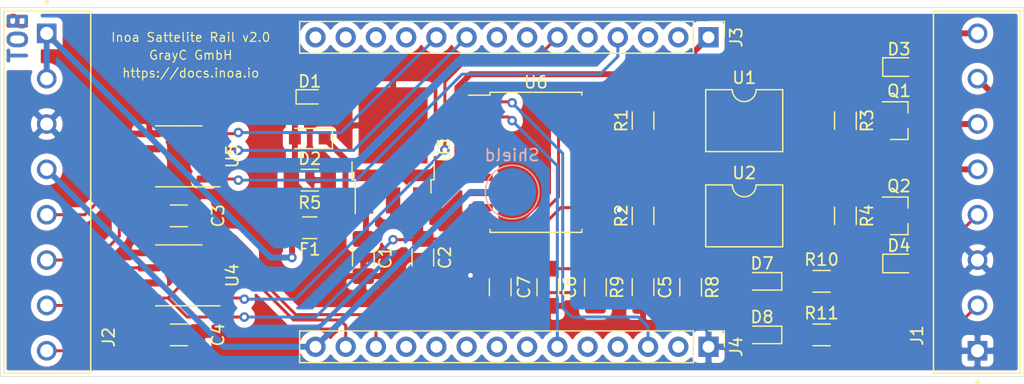
<source format=kicad_pcb>
(kicad_pcb (version 20171130) (host pcbnew 5.1.10)
  (title_block (date 2021-12-14) (rev 2.0) (company "GrayC GmbH") (comment 1 "PCB 86mmx13mm"))
  (layers (0 F.Cu signal) (31 B.Cu signal) (34 B.Paste user) (35 F.Paste user) (36 B.SilkS user) (37 F.SilkS user) (38 B.Mask user) (39 F.Mask user) (44 Edge.Cuts user))
  (net 0 "")
  (net 1 GND)
  (net 2 "Net-(C1-Pad1)")
  (net 3 +3V3)
  (net 4 "Net-(D1-Pad1)")
  (net 5 Relay_0)
  (net 6 VS)
  (net 7 Relay_1)
  (net 8 VCC)
  (net 9 GNDPWR)
  (net 10 GND1)
  (net 11 "Net-(Q1-Pad1)")
  (net 12 "Net-(Q2-Pad1)")
  (net 13 "Net-(R1-Pad1)")
  (net 14 "Net-(R2-Pad1)")
  (net 15 "Net-(R3-Pad2)")
  (net 16 "Net-(R4-Pad2)")
  (net 17 SW0)
  (net 18 SW1)
  (net 19 RS485_0_B)
  (net 20 RS485_0_A)
  (net 21 RS485_0_TX)
  (net 22 RS485_0_TXE)
  (net 23 RS485_0_RX)
  (net 24 "Net-(J3-Pad14)")
  (net 25 "Net-(J3-Pad11)")
  (net 26 "Net-(J3-Pad8)")
  (net 27 "Net-(J3-Pad7)")
  (net 28 "Net-(J3-Pad3)")
  (net 29 "Net-(J3-Pad2)")
  (net 30 "Net-(J4-Pad11)")
  (net 31 "Net-(J4-Pad9)")
  (net 32 "Net-(J4-Pad8)")
  (net 33 "Net-(J4-Pad7)")
  (net 34 "Net-(J4-Pad2)")
  (net 35 S0_0)
  (net 36 "Net-(D7-Pad1)")
  (net 37 "Net-(D8-Pad1)")
  (net 38 S0_1)
  (net 39 RS485_1_B)
  (net 40 RS485_1_A)
  (net 41 RS485_1_RX)
  (net 42 RS485_1_TX)
  (net 43 RS485_1_TXE)
  (net 44 "Net-(U6-Pad17)")
  (net 45 "Net-(U6-Pad16)")
  (net 46 "Net-(U6-Pad15)")
  (net 47 "Net-(U6-Pad14)")
  (net 48 "Net-(U6-Pad7)")
  (net 49 "Net-(U6-Pad6)")
  (net 50 "Net-(J3-Pad13)")
  (net 51 "Net-(J3-Pad12)")
  (net 52 "Net-(J3-Pad5)")
  (net 53 "Net-(J4-Pad10)")
  (net 54 "Net-(J4-Pad5)")
  (net 55 "Net-(J4-Pad4)")
  (net 56 I2C_SDA)
  (net 57 I2C_SCL)
  (net 58 S0_INT)
  (module images:grayc-logo-negative (layer B.Cu) (at 174.4 107.5 180)
    (fp_text reference G1 hide)
    (fp_text value LOGO hide)
  )
  (module Diode_SMD:D_SOD-523 (layer F.Cu) (at 126 87.5)
    (fp_text reference D1 (at 0 -1.3) (layer F.SilkS))
    (fp_text value 25V)
    (pad 1 smd rect (at -0.7 0 180) (size 0.6 0.7) (layers F.Cu F.Paste F.Mask) (net 4 "Net-(D1-Pad1)"))
    (pad 2 smd rect (at 0.7 0 180) (size 0.6 0.7) (layers F.Cu F.Paste F.Mask) (net 1 GND))
  )
  (module Capacitor_SMD:C_1206_3216Metric_Pad1.33x1.80mm_HandSolder (layer F.Cu) (at 142 103.5 90)
    (fp_text reference C7 (at 0 2 90) (layer F.SilkS))
    (fp_text value 100nF)
    (pad 2 smd roundrect (at 1.5625 0 90) (size 1.325 1.8) (layers F.Cu F.Paste F.Mask) (roundrect_rratio 0.188679) (net 1 GND))
    (pad 1 smd roundrect (at -1.5625 0 90) (size 1.325 1.8) (layers F.Cu F.Paste F.Mask) (roundrect_rratio 0.188679) (net 3 +3V3))
  )
  (module Package_SO:SOIC-18W_7.5x11.6mm_P1.27mm (layer F.Cu) (at 145 93)
    (fp_text reference U6 (at 0 -6.72) (layer F.SilkS))
    (fp_text value MCP23008-xSO)
    (pad 18 smd roundrect (at 4.65 -5.08) (size 2.05 0.6) (layers F.Cu F.Paste F.Mask) (net 3 +3V3))
    (pad 17 smd roundrect (at 4.65 -3.81) (size 2.05 0.6) (layers F.Cu F.Paste F.Mask) (net 44 "Net-(U6-Pad17)"))
    (pad 16 smd roundrect (at 4.65 -2.54) (size 2.05 0.6) (layers F.Cu F.Paste F.Mask) (net 45 "Net-(U6-Pad16)"))
    (pad 15 smd roundrect (at 4.65 -1.27) (size 2.05 0.6) (layers F.Cu F.Paste F.Mask) (net 46 "Net-(U6-Pad15)"))
    (pad 14 smd roundrect (at 4.65 0) (size 2.05 0.6) (layers F.Cu F.Paste F.Mask) (net 47 "Net-(U6-Pad14)"))
    (pad 13 smd roundrect (at 4.65 1.27) (size 2.05 0.6) (layers F.Cu F.Paste F.Mask) (net 17 SW0))
    (pad 12 smd roundrect (at 4.65 2.54) (size 2.05 0.6) (layers F.Cu F.Paste F.Mask) (net 18 SW1))
    (pad 11 smd roundrect (at 4.65 3.81) (size 2.05 0.6) (layers F.Cu F.Paste F.Mask) (net 38 S0_1))
    (pad 10 smd roundrect (at 4.65 5.08) (size 2.05 0.6) (layers F.Cu F.Paste F.Mask) (net 35 S0_0))
    (pad 9 smd roundrect (at -4.65 5.08) (size 2.05 0.6) (layers F.Cu F.Paste F.Mask) (net 1 GND))
    (pad 8 smd roundrect (at -4.65 3.81) (size 2.05 0.6) (layers F.Cu F.Paste F.Mask) (net 58 S0_INT))
    (pad 7 smd roundrect (at -4.65 2.54) (size 2.05 0.6) (layers F.Cu F.Paste F.Mask) (net 48 "Net-(U6-Pad7)"))
    (pad 6 smd roundrect (at -4.65 1.27) (size 2.05 0.6) (layers F.Cu F.Paste F.Mask) (net 49 "Net-(U6-Pad6)"))
    (pad 5 smd roundrect (at -4.65 0) (size 2.05 0.6) (layers F.Cu F.Paste F.Mask) (net 1 GND))
    (pad 4 smd roundrect (at -4.65 -1.27) (size 2.05 0.6) (layers F.Cu F.Paste F.Mask) (net 1 GND))
    (pad 3 smd roundrect (at -4.65 -2.54) (size 2.05 0.6) (layers F.Cu F.Paste F.Mask) (net 1 GND))
    (pad 2 smd roundrect (at -4.65 -3.81) (size 2.05 0.6) (layers F.Cu F.Paste F.Mask) (net 56 I2C_SDA))
    (pad 1 smd roundrect (at -4.65 -5.08) (size 2.05 0.6) (layers F.Cu F.Paste F.Mask) (net 57 I2C_SCL))
  )
  (module Resistor_SMD:R_1206_3216Metric_Pad1.30x1.75mm_HandSolder (layer F.Cu) (at 169 107.5)
    (fp_text reference R11 (at 0 -1.82) (layer F.SilkS))
    (fp_text value 220R)
    (pad 2 smd roundrect (at 1.55 0) (size 1.3 1.75) (layers F.Cu F.Paste F.Mask) (roundrect_rratio 0.192308) (net 38 S0_1))
    (pad 1 smd roundrect (at -1.55 0) (size 1.3 1.75) (layers F.Cu F.Paste F.Mask) (roundrect_rratio 0.192308) (net 37 "Net-(D8-Pad1)"))
  )
  (module Resistor_SMD:R_1206_3216Metric_Pad1.30x1.75mm_HandSolder (layer F.Cu) (at 169 103)
    (fp_text reference R10 (at 0 -1.82) (layer F.SilkS))
    (fp_text value 220R)
    (pad 2 smd roundrect (at 1.55 0) (size 1.3 1.75) (layers F.Cu F.Paste F.Mask) (roundrect_rratio 0.192308) (net 35 S0_0))
    (pad 1 smd roundrect (at -1.55 0) (size 1.3 1.75) (layers F.Cu F.Paste F.Mask) (roundrect_rratio 0.192308) (net 36 "Net-(D7-Pad1)"))
  )
  (module Resistor_SMD:R_1206_3216Metric_Pad1.30x1.75mm_HandSolder (layer F.Cu) (at 150 103.5 270)
    (fp_text reference R9 (at 0 -1.82 90) (layer F.SilkS))
    (fp_text value 10k)
    (pad 2 smd roundrect (at 1.55 0 270) (size 1.3 1.75) (layers F.Cu F.Paste F.Mask) (roundrect_rratio 0.192308) (net 3 +3V3))
    (pad 1 smd roundrect (at -1.55 0 270) (size 1.3 1.75) (layers F.Cu F.Paste F.Mask) (roundrect_rratio 0.192308) (net 38 S0_1))
  )
  (module Resistor_SMD:R_1206_3216Metric_Pad1.30x1.75mm_HandSolder (layer F.Cu) (at 158 103.5 270)
    (fp_text reference R8 (at 0 -1.82 90) (layer F.SilkS))
    (fp_text value 10k)
    (pad 2 smd roundrect (at 1.55 0 270) (size 1.3 1.75) (layers F.Cu F.Paste F.Mask) (roundrect_rratio 0.192308) (net 3 +3V3))
    (pad 1 smd roundrect (at -1.55 0 270) (size 1.3 1.75) (layers F.Cu F.Paste F.Mask) (roundrect_rratio 0.192308) (net 35 S0_0))
  )
  (module Diode_SMD:D_0603_1608Metric_Pad1.05x0.95mm_HandSolder (layer F.Cu) (at 164 107.5 180)
    (fp_text reference D8 (at 0 1.5) (layer F.SilkS))
    (fp_text value D_TVS)
    (pad 2 smd roundrect (at 0.875 0 180) (size 1.05 0.95) (layers F.Cu F.Paste F.Mask) (net 1 GND))
    (pad 1 smd roundrect (at -0.875 0 180) (size 1.05 0.95) (layers F.Cu F.Paste F.Mask) (net 37 "Net-(D8-Pad1)"))
  )
  (module Diode_SMD:D_0603_1608Metric_Pad1.05x0.95mm_HandSolder (layer F.Cu) (at 164 103 180)
    (fp_text reference D7 (at 0 1.5) (layer F.SilkS))
    (fp_text value D_TVS)
    (pad 2 smd roundrect (at 0.875 0 180) (size 1.05 0.95) (layers F.Cu F.Paste F.Mask) (net 1 GND))
    (pad 1 smd roundrect (at -0.875 0 180) (size 1.05 0.95) (layers F.Cu F.Paste F.Mask) (net 36 "Net-(D7-Pad1)"))
  )
  (module Capacitor_SMD:C_1206_3216Metric_Pad1.33x1.80mm_HandSolder (layer F.Cu) (at 146 103.5 270)
    (fp_text reference C6 (at 0 -1.85 90) (layer F.SilkS))
    (fp_text value 100nF)
    (pad 2 smd roundrect (at 1.5625 0 270) (size 1.325 1.8) (layers F.Cu F.Paste F.Mask) (roundrect_rratio 0.188679) (net 1 GND))
    (pad 1 smd roundrect (at -1.5625 0 270) (size 1.325 1.8) (layers F.Cu F.Paste F.Mask) (roundrect_rratio 0.188679) (net 38 S0_1))
  )
  (module Capacitor_SMD:C_1206_3216Metric_Pad1.33x1.80mm_HandSolder (layer F.Cu) (at 154 103.5 270)
    (fp_text reference C5 (at 0 -1.85 90) (layer F.SilkS))
    (fp_text value 100nF)
    (pad 2 smd roundrect (at 1.5625 0 270) (size 1.325 1.8) (layers F.Cu F.Paste F.Mask) (roundrect_rratio 0.188679) (net 1 GND))
    (pad 1 smd roundrect (at -1.5625 0 270) (size 1.325 1.8) (layers F.Cu F.Paste F.Mask) (roundrect_rratio 0.188679) (net 35 S0_0))
  )
  (module TestPoint:TestPoint_Pad_D4.0mm (layer B.Cu) (at 143 95.5)
    (fp_text reference TP1 hide)
    (fp_text value Shield (at 0 -3.1) (layer B.SilkS) (effects (justify mirror)))
    (pad 1 smd circle (at 0 0) (size 4 4) (layers B.Cu B.Mask) (net 9 GNDPWR))
  )
  (module Connector_PinHeader_2.54mm:PinHeader_1x14_P2.54mm_Vertical (layer F.Cu) (at 159.5 108.5 270)
    (fp_text reference J4 (at 0 -2.33 90) (layer F.SilkS))
    (fp_text value East)
    (pad 14 thru_hole oval (at 0 33.02 270) (size 1.7 1.7) (drill 1) (layers *.Cu *.Mask) (net 9 GNDPWR))
    (pad 13 thru_hole oval (at 0 30.48 270) (size 1.7 1.7) (drill 1) (layers *.Cu *.Mask) (net 42 RS485_1_TX))
    (pad 12 thru_hole oval (at 0 27.94 270) (size 1.7 1.7) (drill 1) (layers *.Cu *.Mask) (net 43 RS485_1_TXE))
    (pad 11 thru_hole oval (at 0 25.4 270) (size 1.7 1.7) (drill 1) (layers *.Cu *.Mask) (net 30 "Net-(J4-Pad11)"))
    (pad 10 thru_hole oval (at 0 22.86 270) (size 1.7 1.7) (drill 1) (layers *.Cu *.Mask) (net 53 "Net-(J4-Pad10)"))
    (pad 9 thru_hole oval (at 0 20.32 270) (size 1.7 1.7) (drill 1) (layers *.Cu *.Mask) (net 31 "Net-(J4-Pad9)"))
    (pad 8 thru_hole oval (at 0 17.78 270) (size 1.7 1.7) (drill 1) (layers *.Cu *.Mask) (net 32 "Net-(J4-Pad8)"))
    (pad 7 thru_hole oval (at 0 15.24 270) (size 1.7 1.7) (drill 1) (layers *.Cu *.Mask) (net 33 "Net-(J4-Pad7)"))
    (pad 6 thru_hole oval (at 0 12.7 270) (size 1.7 1.7) (drill 1) (layers *.Cu *.Mask) (net 56 I2C_SDA))
    (pad 5 thru_hole oval (at 0 10.16 270) (size 1.7 1.7) (drill 1) (layers *.Cu *.Mask) (net 54 "Net-(J4-Pad5)"))
    (pad 4 thru_hole oval (at 0 7.62 270) (size 1.7 1.7) (drill 1) (layers *.Cu *.Mask) (net 55 "Net-(J4-Pad4)"))
    (pad 3 thru_hole oval (at 0 5.08 270) (size 1.7 1.7) (drill 1) (layers *.Cu *.Mask) (net 57 I2C_SCL))
    (pad 2 thru_hole oval (at 0 2.54 270) (size 1.7 1.7) (drill 1) (layers *.Cu *.Mask) (net 34 "Net-(J4-Pad2)"))
    (pad 1 thru_hole rect (at 0 0 270) (size 1.7 1.7) (drill 1) (layers *.Cu *.Mask) (net 1 GND))
  )
  (module Connector_PinHeader_2.54mm:PinHeader_1x14_P2.54mm_Vertical (layer F.Cu) (at 159.5 82.5 270)
    (fp_text reference J3 (at 0 -2.33 90) (layer F.SilkS))
    (fp_text value West)
    (pad 14 thru_hole oval (at 0 33.02 270) (size 1.7 1.7) (drill 1) (layers *.Cu *.Mask) (net 24 "Net-(J3-Pad14)"))
    (pad 13 thru_hole oval (at 0 30.48 270) (size 1.7 1.7) (drill 1) (layers *.Cu *.Mask) (net 50 "Net-(J3-Pad13)"))
    (pad 12 thru_hole oval (at 0 27.94 270) (size 1.7 1.7) (drill 1) (layers *.Cu *.Mask) (net 51 "Net-(J3-Pad12)"))
    (pad 11 thru_hole oval (at 0 25.4 270) (size 1.7 1.7) (drill 1) (layers *.Cu *.Mask) (net 25 "Net-(J3-Pad11)"))
    (pad 10 thru_hole oval (at 0 22.86 270) (size 1.7 1.7) (drill 1) (layers *.Cu *.Mask) (net 21 RS485_0_TX))
    (pad 9 thru_hole oval (at 0 20.32 270) (size 1.7 1.7) (drill 1) (layers *.Cu *.Mask) (net 22 RS485_0_TXE))
    (pad 8 thru_hole oval (at 0 17.78 270) (size 1.7 1.7) (drill 1) (layers *.Cu *.Mask) (net 26 "Net-(J3-Pad8)"))
    (pad 7 thru_hole oval (at 0 15.24 270) (size 1.7 1.7) (drill 1) (layers *.Cu *.Mask) (net 27 "Net-(J3-Pad7)"))
    (pad 6 thru_hole oval (at 0 12.7 270) (size 1.7 1.7) (drill 1) (layers *.Cu *.Mask) (net 41 RS485_1_RX))
    (pad 5 thru_hole oval (at 0 10.16 270) (size 1.7 1.7) (drill 1) (layers *.Cu *.Mask) (net 52 "Net-(J3-Pad5)"))
    (pad 4 thru_hole oval (at 0 7.62 270) (size 1.7 1.7) (drill 1) (layers *.Cu *.Mask) (net 23 RS485_0_RX))
    (pad 3 thru_hole oval (at 0 5.08 270) (size 1.7 1.7) (drill 1) (layers *.Cu *.Mask) (net 28 "Net-(J3-Pad3)"))
    (pad 2 thru_hole oval (at 0 2.54 270) (size 1.7 1.7) (drill 1) (layers *.Cu *.Mask) (net 29 "Net-(J3-Pad2)"))
    (pad 1 thru_hole rect (at 0 0 270) (size 1.7 1.7) (drill 1) (layers *.Cu *.Mask) (net 3 +3V3))
  )
  (module Diode_SMD:D_SOD-323_HandSoldering (layer F.Cu) (at 126 91 180)
    (fp_text reference D2 (at 0 -1.7) (layer F.SilkS))
    (fp_text value 1N5819)
    (pad 2 smd rect (at 1.25 0 180) (size 1 1) (layers F.Cu F.Paste F.Mask) (net 4 "Net-(D1-Pad1)"))
    (pad 1 smd rect (at -1.25 0 180) (size 1 1) (layers F.Cu F.Paste F.Mask) (net 2 "Net-(C1-Pad1)"))
  )
  (module footprints:PHOENIX_1727078 (layer F.Cu) (at 103.9 95.5 270)
    (fp_text reference J2 (at 12.2 -5.2 90) (layer F.SilkS))
    (fp_text value South)
    (pad 8 thru_hole circle (at 13.335 0 270) (size 1.65 1.65) (drill 1.1) (layers *.Cu *.Mask) (net 39 RS485_1_B))
    (pad 7 thru_hole circle (at 9.525 0 270) (size 1.65 1.65) (drill 1.1) (layers *.Cu *.Mask) (net 40 RS485_1_A))
    (pad 6 thru_hole circle (at 5.715 0 270) (size 1.65 1.65) (drill 1.1) (layers *.Cu *.Mask) (net 19 RS485_0_B))
    (pad 5 thru_hole circle (at 1.905 0 270) (size 1.65 1.65) (drill 1.1) (layers *.Cu *.Mask) (net 20 RS485_0_A))
    (pad 4 thru_hole circle (at -1.905 0 270) (size 1.65 1.65) (drill 1.1) (layers *.Cu *.Mask) (net 9 GNDPWR))
    (pad 3 thru_hole circle (at -5.715 0 270) (size 1.65 1.65) (drill 1.1) (layers *.Cu *.Mask) (net 1 GND))
    (pad 1 thru_hole rect (at -13.335 0 270) (size 1.65 1.65) (drill 1.1) (layers *.Cu *.Mask) (net 8 VCC))
    (pad 2 thru_hole circle (at -9.525 0 270) (size 1.65 1.65) (drill 1.1) (layers *.Cu *.Mask) (net 8 VCC))
  )
  (module footprints:PHOENIX_1727078 (layer F.Cu) (at 182.1 95.5 90)
    (fp_text reference J1 (at -12.06 -5.085 90) (layer F.SilkS))
    (fp_text value North)
    (pad 8 thru_hole circle (at 13.335 0 90) (size 1.65 1.65) (drill 1.1) (layers *.Cu *.Mask) (net 6 VS))
    (pad 7 thru_hole circle (at 9.525 0 90) (size 1.65 1.65) (drill 1.1) (layers *.Cu *.Mask) (net 10 GND1))
    (pad 6 thru_hole circle (at 5.715 0 90) (size 1.65 1.65) (drill 1.1) (layers *.Cu *.Mask) (net 5 Relay_0))
    (pad 5 thru_hole circle (at 1.905 0 90) (size 1.65 1.65) (drill 1.1) (layers *.Cu *.Mask) (net 7 Relay_1))
    (pad 4 thru_hole circle (at -1.905 0 90) (size 1.65 1.65) (drill 1.1) (layers *.Cu *.Mask) (net 35 S0_0))
    (pad 3 thru_hole circle (at -5.715 0 90) (size 1.65 1.65) (drill 1.1) (layers *.Cu *.Mask) (net 1 GND))
    (pad 1 thru_hole rect (at -13.335 0 90) (size 1.65 1.65) (drill 1.1) (layers *.Cu *.Mask) (net 1 GND))
    (pad 2 thru_hole circle (at -9.525 0 90) (size 1.65 1.65) (drill 1.1) (layers *.Cu *.Mask) (net 38 S0_1))
  )
  (module Package_SO:SOIC-8_3.9x4.9mm_P1.27mm (layer F.Cu) (at 115 92.5 180)
    (fp_text reference U5 (at -4.5 0 90) (layer F.SilkS))
    (fp_text value MAX3486)
    (pad 8 smd roundrect (at 2.475 -1.905 180) (size 1.95 0.6) (layers F.Cu F.Paste F.Mask) (net 3 +3V3))
    (pad 7 smd roundrect (at 2.475 -0.635 180) (size 1.95 0.6) (layers F.Cu F.Paste F.Mask) (net 19 RS485_0_B))
    (pad 6 smd roundrect (at 2.475 0.635 180) (size 1.95 0.6) (layers F.Cu F.Paste F.Mask) (net 20 RS485_0_A))
    (pad 5 smd roundrect (at 2.475 1.905 180) (size 1.95 0.6) (layers F.Cu F.Paste F.Mask) (net 1 GND))
    (pad 4 smd roundrect (at -2.475 1.905 180) (size 1.95 0.6) (layers F.Cu F.Paste F.Mask) (net 21 RS485_0_TX))
    (pad 3 smd roundrect (at -2.475 0.635 180) (size 1.95 0.6) (layers F.Cu F.Paste F.Mask) (net 22 RS485_0_TXE))
    (pad 2 smd roundrect (at -2.475 -0.635 180) (size 1.95 0.6) (layers F.Cu F.Paste F.Mask) (net 22 RS485_0_TXE))
    (pad 1 smd roundrect (at -2.475 -1.905 180) (size 1.95 0.6) (layers F.Cu F.Paste F.Mask) (net 23 RS485_0_RX))
  )
  (module Package_SO:SOIC-8_3.9x4.9mm_P1.27mm (layer F.Cu) (at 115 102.5 180)
    (fp_text reference U4 (at -4.5 0 90) (layer F.SilkS))
    (fp_text value MAX3486)
    (pad 8 smd roundrect (at 2.475 -1.905 180) (size 1.95 0.6) (layers F.Cu F.Paste F.Mask) (net 3 +3V3))
    (pad 7 smd roundrect (at 2.475 -0.635 180) (size 1.95 0.6) (layers F.Cu F.Paste F.Mask) (net 39 RS485_1_B))
    (pad 6 smd roundrect (at 2.475 0.635 180) (size 1.95 0.6) (layers F.Cu F.Paste F.Mask) (net 40 RS485_1_A))
    (pad 5 smd roundrect (at 2.475 1.905 180) (size 1.95 0.6) (layers F.Cu F.Paste F.Mask) (net 1 GND))
    (pad 4 smd roundrect (at -2.475 1.905 180) (size 1.95 0.6) (layers F.Cu F.Paste F.Mask) (net 42 RS485_1_TX))
    (pad 3 smd roundrect (at -2.475 0.635 180) (size 1.95 0.6) (layers F.Cu F.Paste F.Mask) (net 43 RS485_1_TXE))
    (pad 2 smd roundrect (at -2.475 -0.635 180) (size 1.95 0.6) (layers F.Cu F.Paste F.Mask) (net 43 RS485_1_TXE))
    (pad 1 smd roundrect (at -2.475 -1.905 180) (size 1.95 0.6) (layers F.Cu F.Paste F.Mask) (net 41 RS485_1_RX))
  )
  (module Package_TO_SOT_SMD:TO-252-3_TabPin2 (layer F.Cu) (at 133 92 90)
    (fp_text reference U3 (at 0 4.3 90) (layer F.SilkS))
    (fp_text value BA033CC0FP-E2)
    (pad 2 smd rect (at 2.1 0 90) (size 6.4 5.8) (layers F.Cu F.Mask) (net 1 GND))
    (pad 3 smd rect (at -4.2 2.28 90) (size 2.2 1.2) (layers F.Cu F.Paste F.Mask) (net 3 +3V3))
    (pad 2 smd rect (at -4.2 0 90) (size 2.2 1.2) (layers F.Cu F.Paste F.Mask) (net 1 GND))
    (pad 1 smd rect (at -4.2 -2.28 90) (size 2.2 1.2) (layers F.Cu F.Paste F.Mask) (net 2 "Net-(C1-Pad1)"))
  )
  (module Package_DIP:SMDIP-4_W9.53mm (layer F.Cu) (at 162.5 97.5)
    (fp_text reference U2 (at 0 -3.6) (layer F.SilkS))
    (fp_text value LTV-817S)
    (pad 4 smd rect (at 4.765 -1.27) (size 2 1.78) (layers F.Cu F.Paste F.Mask) (net 6 VS))
    (pad 2 smd rect (at -4.765 1.27) (size 2 1.78) (layers F.Cu F.Paste F.Mask) (net 14 "Net-(R2-Pad1)"))
    (pad 3 smd rect (at 4.765 1.27) (size 2 1.78) (layers F.Cu F.Paste F.Mask) (net 16 "Net-(R4-Pad2)"))
    (pad 1 smd rect (at -4.765 -1.27) (size 2 1.78) (layers F.Cu F.Paste F.Mask) (net 18 SW1))
  )
  (module Package_DIP:SMDIP-4_W9.53mm (layer F.Cu) (at 162.5 89.5)
    (fp_text reference U1 (at 0 -3.6) (layer F.SilkS))
    (fp_text value LTV-817S)
    (pad 4 smd rect (at 4.765 -1.27) (size 2 1.78) (layers F.Cu F.Paste F.Mask) (net 6 VS))
    (pad 2 smd rect (at -4.765 1.27) (size 2 1.78) (layers F.Cu F.Paste F.Mask) (net 13 "Net-(R1-Pad1)"))
    (pad 3 smd rect (at 4.765 1.27) (size 2 1.78) (layers F.Cu F.Paste F.Mask) (net 15 "Net-(R3-Pad2)"))
    (pad 1 smd rect (at -4.765 -1.27) (size 2 1.78) (layers F.Cu F.Paste F.Mask) (net 17 SW0))
  )
  (module Resistor_SMD:R_1206_3216Metric_Pad1.30x1.75mm_HandSolder (layer F.Cu) (at 126 94.5)
    (fp_text reference R5 (at 0 1.9) (layer F.SilkS))
    (fp_text value 10k)
    (pad 2 smd roundrect (at 1.55 0) (size 1.3 1.75) (layers F.Cu F.Paste F.Mask) (roundrect_rratio 0.192308) (net 1 GND))
    (pad 1 smd roundrect (at -1.55 0) (size 1.3 1.75) (layers F.Cu F.Paste F.Mask) (roundrect_rratio 0.192308) (net 4 "Net-(D1-Pad1)"))
  )
  (module Resistor_SMD:R_1206_3216Metric_Pad1.30x1.75mm_HandSolder (layer F.Cu) (at 171 97.5 270)
    (fp_text reference R4 (at 0 -1.82 90) (layer F.SilkS))
    (fp_text value 1k)
    (pad 2 smd roundrect (at 1.55 0 270) (size 1.3 1.75) (layers F.Cu F.Paste F.Mask) (roundrect_rratio 0.192308) (net 16 "Net-(R4-Pad2)"))
    (pad 1 smd roundrect (at -1.55 0 270) (size 1.3 1.75) (layers F.Cu F.Paste F.Mask) (roundrect_rratio 0.192308) (net 12 "Net-(Q2-Pad1)"))
  )
  (module Resistor_SMD:R_1206_3216Metric_Pad1.30x1.75mm_HandSolder (layer F.Cu) (at 171 89.5 270)
    (fp_text reference R3 (at 0 -1.82 90) (layer F.SilkS))
    (fp_text value 1k)
    (pad 2 smd roundrect (at 1.55 0 270) (size 1.3 1.75) (layers F.Cu F.Paste F.Mask) (roundrect_rratio 0.192308) (net 15 "Net-(R3-Pad2)"))
    (pad 1 smd roundrect (at -1.55 0 270) (size 1.3 1.75) (layers F.Cu F.Paste F.Mask) (roundrect_rratio 0.192308) (net 11 "Net-(Q1-Pad1)"))
  )
  (module Resistor_SMD:R_1206_3216Metric_Pad1.30x1.75mm_HandSolder (layer F.Cu) (at 154 97.5 90)
    (fp_text reference R2 (at 0 -1.82 90) (layer F.SilkS))
    (fp_text value 220R)
    (pad 2 smd roundrect (at 1.55 0 90) (size 1.3 1.75) (layers F.Cu F.Paste F.Mask) (roundrect_rratio 0.192308) (net 1 GND))
    (pad 1 smd roundrect (at -1.55 0 90) (size 1.3 1.75) (layers F.Cu F.Paste F.Mask) (roundrect_rratio 0.192308) (net 14 "Net-(R2-Pad1)"))
  )
  (module Resistor_SMD:R_1206_3216Metric_Pad1.30x1.75mm_HandSolder (layer F.Cu) (at 154 89.5 90)
    (fp_text reference R1 (at 0 -1.82 90) (layer F.SilkS))
    (fp_text value 220R)
    (pad 2 smd roundrect (at 1.55 0 90) (size 1.3 1.75) (layers F.Cu F.Paste F.Mask) (roundrect_rratio 0.192308) (net 1 GND))
    (pad 1 smd roundrect (at -1.55 0 90) (size 1.3 1.75) (layers F.Cu F.Paste F.Mask) (roundrect_rratio 0.192308) (net 13 "Net-(R1-Pad1)"))
  )
  (module Package_TO_SOT_SMD:SOT-23 (layer F.Cu) (at 175.5 97.5)
    (fp_text reference Q2 (at 0 -2.5) (layer F.SilkS))
    (fp_text value MMBT3904)
    (pad 3 smd rect (at 1 0) (size 0.9 0.8) (layers F.Cu F.Paste F.Mask) (net 7 Relay_1))
    (pad 2 smd rect (at -1 0.95) (size 0.9 0.8) (layers F.Cu F.Paste F.Mask) (net 10 GND1))
    (pad 1 smd rect (at -1 -0.95) (size 0.9 0.8) (layers F.Cu F.Paste F.Mask) (net 12 "Net-(Q2-Pad1)"))
  )
  (module Package_TO_SOT_SMD:SOT-23 (layer F.Cu) (at 175.5 89.5)
    (fp_text reference Q1 (at 0 -2.5) (layer F.SilkS))
    (fp_text value MMBT3904)
    (pad 3 smd rect (at 1 0) (size 0.9 0.8) (layers F.Cu F.Paste F.Mask) (net 5 Relay_0))
    (pad 2 smd rect (at -1 0.95) (size 0.9 0.8) (layers F.Cu F.Paste F.Mask) (net 10 GND1))
    (pad 1 smd rect (at -1 -0.95) (size 0.9 0.8) (layers F.Cu F.Paste F.Mask) (net 11 "Net-(Q1-Pad1)"))
  )
  (module Fuse:Fuse_1206_3216Metric_Pad1.42x1.75mm_HandSolder (layer F.Cu) (at 126 98.5 180)
    (fp_text reference F1 (at 0 -1.82) (layer F.SilkS))
    (fp_text value 25V/1A)
    (pad 2 smd roundrect (at 1.4875 0 180) (size 1.425 1.75) (layers F.Cu F.Paste F.Mask) (roundrect_rratio 0.175439) (net 8 VCC))
    (pad 1 smd roundrect (at -1.4875 0 180) (size 1.425 1.75) (layers F.Cu F.Paste F.Mask) (roundrect_rratio 0.175439) (net 4 "Net-(D1-Pad1)"))
  )
  (module Diode_SMD:D_MicroMELF (layer F.Cu) (at 175.5 101.5)
    (fp_text reference D4 (at 0 -1.5) (layer F.SilkS))
    (fp_text value BAV303)
    (pad 2 smd rect (at 0.8 0) (size 0.8 1.2) (layers F.Cu F.Paste F.Mask) (net 7 Relay_1))
    (pad 1 smd rect (at -0.8 0) (size 0.8 1.2) (layers F.Cu F.Paste F.Mask) (net 6 VS))
  )
  (module Diode_SMD:D_MicroMELF (layer F.Cu) (at 175.5 85)
    (fp_text reference D3 (at 0 -1.5) (layer F.SilkS))
    (fp_text value BAV303)
    (pad 2 smd rect (at 0.8 0) (size 0.8 1.2) (layers F.Cu F.Paste F.Mask) (net 5 Relay_0))
    (pad 1 smd rect (at -0.8 0) (size 0.8 1.2) (layers F.Cu F.Paste F.Mask) (net 6 VS))
  )
  (module Capacitor_SMD:C_1206_3216Metric_Pad1.33x1.80mm_HandSolder (layer F.Cu) (at 115 107.5)
    (fp_text reference C4 (at 3.3 0 90) (layer F.SilkS))
    (fp_text value 100nF)
    (pad 2 smd roundrect (at 1.5625 0) (size 1.325 1.8) (layers F.Cu F.Paste F.Mask) (roundrect_rratio 0.188679) (net 1 GND))
    (pad 1 smd roundrect (at -1.5625 0) (size 1.325 1.8) (layers F.Cu F.Paste F.Mask) (roundrect_rratio 0.188679) (net 3 +3V3))
  )
  (module Capacitor_SMD:C_1206_3216Metric_Pad1.33x1.80mm_HandSolder (layer F.Cu) (at 115 97.5)
    (fp_text reference C3 (at 3.3 0 90) (layer F.SilkS))
    (fp_text value 100nF)
    (pad 2 smd roundrect (at 1.5625 0) (size 1.325 1.8) (layers F.Cu F.Paste F.Mask) (roundrect_rratio 0.188679) (net 1 GND))
    (pad 1 smd roundrect (at -1.5625 0) (size 1.325 1.8) (layers F.Cu F.Paste F.Mask) (roundrect_rratio 0.188679) (net 3 +3V3))
  )
  (module Capacitor_SMD:C_1206_3216Metric_Pad1.33x1.80mm_HandSolder (layer F.Cu) (at 135.5 101 270)
    (fp_text reference C2 (at 0 -1.85 90) (layer F.SilkS))
    (fp_text value 100nF)
    (pad 2 smd roundrect (at 1.5625 0 270) (size 1.325 1.8) (layers F.Cu F.Paste F.Mask) (roundrect_rratio 0.188679) (net 1 GND))
    (pad 1 smd roundrect (at -1.5625 0 270) (size 1.325 1.8) (layers F.Cu F.Paste F.Mask) (roundrect_rratio 0.188679) (net 3 +3V3))
  )
  (module Capacitor_SMD:C_1206_3216Metric_Pad1.33x1.80mm_HandSolder (layer F.Cu) (at 130.5 101 270)
    (fp_text reference C1 (at 0 -1.85 90) (layer F.SilkS))
    (fp_text value "100nF / 35V")
    (pad 2 smd roundrect (at 1.5625 0 270) (size 1.325 1.8) (layers F.Cu F.Paste F.Mask) (roundrect_rratio 0.188679) (net 1 GND))
    (pad 1 smd roundrect (at -1.5625 0 270) (size 1.325 1.8) (layers F.Cu F.Paste F.Mask) (roundrect_rratio 0.188679) (net 2 "Net-(C1-Pad1)"))
  )
  (gr_text https://docs.inoa.io (at 116 85.5) (layer F.SilkS) (effects (font (size 0.75 0.75) (thickness 0.1))))
  (gr_text "GrayC GmbH" (at 116 84) (layer F.SilkS) (effects (font (size 0.75 0.75) (thickness 0.1))))
  (gr_text "Inoa Sattelite Rail v2.0" (at 116 82.5) (layer F.SilkS) (effects (font (size 0.75 0.75) (thickness 0.1))))
  (gr_text SR-EM-020 (at 169 82.5) (layer F.Cu) (effects (font (size 1 1))))
  (gr_text BOT (at 101.5 82.5 90) (layer B.Cu) (effects (font (size 1.5 1.5) (thickness 0.3)) (justify mirror)))
  (gr_text TOP (at 101.5 82.5 90) (layer F.Cu) (effects (font (size 1.5 1.5) (thickness 0.3))))
  (gr_line (start 100 111) (end 100 80) (layer Edge.Cuts) (width 0.05))
  (gr_line (start 186 111) (end 100 111) (layer Edge.Cuts) (width 0.05))
  (gr_line (start 186 80) (end 186 111) (layer Edge.Cuts) (width 0.05))
  (gr_line (start 100 80) (end 186 80) (layer Edge.Cuts) (width 0.05))
  (via (at 139.5 102.5) (size 0.8) (drill 0.4) (layers F.Cu B.Cu) (net 1))
  (via (at 152 97) (size 0.8) (drill 0.4) (layers F.Cu B.Cu) (net 1))
  (segment (start 130.845 99.2925) (end 130.7 99.4375) (width 0.25) (layer F.Cu) (net 2))
  (segment (start 130.72 99.2175) (end 130.5 99.4375) (width 0.5) (layer F.Cu) (net 2))
  (segment (start 130.72 96.2) (end 130.72 99.2175) (width 0.5) (layer F.Cu) (net 2))
  (segment (start 127.25 91) (end 129 92.75) (width 0.5) (layer F.Cu) (net 2))
  (segment (start 129 92.75) (end 129 95.6) (width 0.5) (layer F.Cu) (net 2))
  (segment (start 129.6 96.2) (end 130.72 96.2) (width 0.5) (layer F.Cu) (net 2))
  (segment (start 129 95.6) (end 129.6 96.2) (width 0.5) (layer F.Cu) (net 2))
  (via (at 133 99.5) (size 0.8) (drill 0.4) (layers F.Cu B.Cu) (net 3))
  (via (at 120.5 106) (size 0.8) (drill 0.4) (layers F.Cu B.Cu) (net 3))
  (segment (start 135.405 99.3425) (end 135.5 99.4375) (width 0.25) (layer F.Cu) (net 3))
  (segment (start 112.525 94.405) (end 112.525 95.225) (width 0.25) (layer F.Cu) (net 3))
  (segment (start 113.4375 96.1375) (end 113.4375 97.5) (width 0.25) (layer F.Cu) (net 3))
  (segment (start 112.525 95.225) (end 113.4375 96.1375) (width 0.25) (layer F.Cu) (net 3))
  (segment (start 112.525 104.405) (end 112.525 104.925) (width 0.25) (layer F.Cu) (net 3))
  (segment (start 113.4375 105.8375) (end 113.4375 107.5) (width 0.25) (layer F.Cu) (net 3))
  (segment (start 112.525 104.925) (end 113.4375 105.8375) (width 0.25) (layer F.Cu) (net 3))
  (segment (start 112.525 104.405) (end 114.095 104.405) (width 0.25) (layer F.Cu) (net 3))
  (segment (start 114.095 104.405) (end 115.1 103.4) (width 0.25) (layer F.Cu) (net 3))
  (segment (start 115.1 103.4) (end 115.1 98.1) (width 0.25) (layer F.Cu) (net 3))
  (segment (start 114.5 97.5) (end 113.4375 97.5) (width 0.25) (layer F.Cu) (net 3))
  (segment (start 115.1 98.1) (end 114.5 97.5) (width 0.25) (layer F.Cu) (net 3))
  (segment (start 135.4375 99.5) (end 135.5 99.4375) (width 0.25) (layer F.Cu) (net 3))
  (segment (start 133 99.5) (end 135.4375 99.5) (width 0.25) (layer F.Cu) (net 3))
  (segment (start 114.095 104.405) (end 114.105 104.405) (width 0.25) (layer F.Cu) (net 3))
  (segment (start 115.7 106) (end 120.5 106) (width 0.25) (layer F.Cu) (net 3))
  (segment (start 114.105 104.405) (end 115.7 106) (width 0.25) (layer F.Cu) (net 3))
  (segment (start 126.5 106) (end 133 99.5) (width 0.25) (layer B.Cu) (net 3))
  (segment (start 120.5 106) (end 126.5 106) (width 0.25) (layer B.Cu) (net 3))
  (segment (start 157.9875 105.0625) (end 158 105.05) (width 0.25) (layer F.Cu) (net 3))
  (segment (start 149.9875 105.0625) (end 150 105.05) (width 0.25) (layer F.Cu) (net 3))
  (segment (start 158 104.4) (end 157.55001 103.95001) (width 0.25) (layer F.Cu) (net 3))
  (segment (start 158 105.05) (end 158 104.4) (width 0.25) (layer F.Cu) (net 3))
  (segment (start 157.55001 103.95001) (end 150.44999 103.95001) (width 0.25) (layer F.Cu) (net 3))
  (segment (start 150 104.4) (end 150 105.05) (width 0.25) (layer F.Cu) (net 3))
  (segment (start 150.44999 103.95001) (end 150 104.4) (width 0.25) (layer F.Cu) (net 3))
  (segment (start 150.44999 103.95001) (end 142.24999 103.95001) (width 0.25) (layer F.Cu) (net 3))
  (segment (start 142 104.2) (end 142 105.0625) (width 0.25) (layer F.Cu) (net 3))
  (segment (start 142.24999 103.95001) (end 142 104.2) (width 0.25) (layer F.Cu) (net 3))
  (segment (start 137.0375 99.4375) (end 135.5 99.4375) (width 0.25) (layer F.Cu) (net 3))
  (segment (start 137.5 104.6) (end 137.5 99.9) (width 0.25) (layer F.Cu) (net 3))
  (segment (start 137.5 99.9) (end 137.0375 99.4375) (width 0.25) (layer F.Cu) (net 3))
  (segment (start 137.9625 105.0625) (end 137.5 104.6) (width 0.25) (layer F.Cu) (net 3))
  (segment (start 142 105.0625) (end 137.9625 105.0625) (width 0.25) (layer F.Cu) (net 3))
  (segment (start 135.5 99.4375) (end 143.3625 99.4375) (width 0.25) (layer F.Cu) (net 3))
  (segment (start 143.3625 99.4375) (end 146.9 95.9) (width 0.25) (layer F.Cu) (net 3))
  (segment (start 148.625 87.92) (end 149.65 87.92) (width 0.25) (layer F.Cu) (net 3))
  (segment (start 146.9 89.645) (end 148.625 87.92) (width 0.25) (layer F.Cu) (net 3))
  (segment (start 146.9 95.9) (end 146.9 89.645) (width 0.25) (layer F.Cu) (net 3))
  (segment (start 135.28 99.2175) (end 135.5 99.4375) (width 0.5) (layer F.Cu) (net 3))
  (segment (start 135.28 96.2) (end 135.28 99.2175) (width 0.5) (layer F.Cu) (net 3))
  (segment (start 156.4 85.6) (end 159.5 82.5) (width 0.5) (layer F.Cu) (net 3))
  (segment (start 139.5 85.6) (end 156.4 85.6) (width 0.5) (layer F.Cu) (net 3))
  (segment (start 138.4 86.7) (end 139.5 85.6) (width 0.5) (layer F.Cu) (net 3))
  (segment (start 138.4 94.5) (end 138.4 86.7) (width 0.5) (layer F.Cu) (net 3))
  (segment (start 136.7 96.2) (end 138.4 94.5) (width 0.5) (layer F.Cu) (net 3))
  (segment (start 135.28 96.2) (end 136.7 96.2) (width 0.5) (layer F.Cu) (net 3))
  (segment (start 124.45 94.2) (end 124.15 94.5) (width 0.25) (layer F.Cu) (net 4))
  (segment (start 124.75 94.2) (end 124.45 94.5) (width 0.5) (layer F.Cu) (net 4))
  (segment (start 124.75 91) (end 124.75 94.2) (width 0.5) (layer F.Cu) (net 4))
  (segment (start 127.4875 97.5375) (end 124.45 94.5) (width 0.5) (layer F.Cu) (net 4))
  (segment (start 127.4875 98.5) (end 127.4875 97.5375) (width 0.5) (layer F.Cu) (net 4))
  (segment (start 124.75 88.05) (end 125.3 87.5) (width 0.5) (layer F.Cu) (net 4))
  (segment (start 124.75 91) (end 124.75 88.05) (width 0.5) (layer F.Cu) (net 4))
  (segment (start 176.3 89.3) (end 176.5 89.5) (width 0.5) (layer F.Cu) (net 5))
  (segment (start 176.3 85) (end 176.3 89.3) (width 0.5) (layer F.Cu) (net 5))
  (segment (start 176.785 89.785) (end 176.5 89.5) (width 0.5) (layer F.Cu) (net 5))
  (segment (start 182.1 89.785) (end 176.785 89.785) (width 0.5) (layer F.Cu) (net 5))
  (segment (start 167.265 96.23) (end 168.83 96.23) (width 0.5) (layer F.Cu) (net 6))
  (segment (start 168.83 96.23) (end 170.2 97.6) (width 0.5) (layer F.Cu) (net 6))
  (segment (start 170.2 97.6) (end 172 97.6) (width 0.5) (layer F.Cu) (net 6))
  (segment (start 172 97.6) (end 173.1 98.7) (width 0.5) (layer F.Cu) (net 6))
  (segment (start 173.1 98.7) (end 173.1 101.2) (width 0.5) (layer F.Cu) (net 6))
  (segment (start 173.4 101.5) (end 174.7 101.5) (width 0.5) (layer F.Cu) (net 6))
  (segment (start 173.1 101.2) (end 173.4 101.5) (width 0.5) (layer F.Cu) (net 6))
  (segment (start 167.265 88.23) (end 167.265 86.635) (width 0.5) (layer F.Cu) (net 6))
  (segment (start 168.9 85) (end 174.7 85) (width 0.5) (layer F.Cu) (net 6))
  (segment (start 167.265 86.635) (end 168.9 85) (width 0.5) (layer F.Cu) (net 6))
  (segment (start 167.265 88.23) (end 165.37 88.23) (width 0.5) (layer F.Cu) (net 6))
  (segment (start 165.37 88.23) (end 164.7 88.9) (width 0.5) (layer F.Cu) (net 6))
  (segment (start 164.7 88.9) (end 164.7 95.7) (width 0.5) (layer F.Cu) (net 6))
  (segment (start 165.23 96.23) (end 167.265 96.23) (width 0.5) (layer F.Cu) (net 6))
  (segment (start 164.7 95.7) (end 165.23 96.23) (width 0.5) (layer F.Cu) (net 6))
  (segment (start 175.235 82.165) (end 182.1 82.165) (width 0.5) (layer F.Cu) (net 6))
  (segment (start 174.7 82.7) (end 175.235 82.165) (width 0.5) (layer F.Cu) (net 6))
  (segment (start 174.7 85) (end 174.7 82.7) (width 0.5) (layer F.Cu) (net 6))
  (segment (start 176.3 97.7) (end 176.5 97.5) (width 0.5) (layer F.Cu) (net 7))
  (segment (start 176.3 101.5) (end 176.3 97.7) (width 0.5) (layer F.Cu) (net 7))
  (segment (start 180.405 93.595) (end 176.5 97.5) (width 0.5) (layer F.Cu) (net 7))
  (segment (start 182.1 93.595) (end 180.405 93.595) (width 0.5) (layer F.Cu) (net 7))
  (via (at 124.5 101) (size 0.8) (drill 0.4) (layers F.Cu B.Cu) (net 8))
  (segment (start 124.5125 100.9875) (end 124.5 101) (width 0.5) (layer F.Cu) (net 8))
  (segment (start 124.5125 98.5) (end 124.5125 100.9875) (width 0.5) (layer F.Cu) (net 8))
  (segment (start 103.9 82.165) (end 103.9 82.2) (width 0.5) (layer B.Cu) (net 8))
  (segment (start 122.7 101) (end 124.5 101) (width 0.5) (layer B.Cu) (net 8))
  (segment (start 103.9 82.2) (end 122.7 101) (width 0.5) (layer B.Cu) (net 8))
  (segment (start 103.9 82.165) (end 103.9 85.975) (width 0.5) (layer B.Cu) (net 8))
  (segment (start 139.48 95.5) (end 143 95.5) (width 0.5) (layer B.Cu) (net 9))
  (segment (start 126.48 108.5) (end 139.48 95.5) (width 0.5) (layer B.Cu) (net 9))
  (segment (start 103.9 93.595) (end 118.405 108.1) (width 0.5) (layer B.Cu) (net 9))
  (segment (start 118.805 108.5) (end 118.405 108.1) (width 0.5) (layer B.Cu) (net 9))
  (segment (start 126.48 108.5) (end 118.805 108.5) (width 0.5) (layer B.Cu) (net 9))
  (segment (start 175.400001 91.350001) (end 174.5 90.45) (width 0.5) (layer F.Cu) (net 10))
  (segment (start 174.5 98.45) (end 175.400001 97.549999) (width 0.5) (layer F.Cu) (net 10))
  (segment (start 182.1 85.975) (end 184 87.875) (width 0.5) (layer F.Cu) (net 10))
  (segment (start 184 87.875) (end 184 90.8) (width 0.5) (layer F.Cu) (net 10))
  (segment (start 183.399999 91.400001) (end 175.400001 91.400001) (width 0.5) (layer F.Cu) (net 10))
  (segment (start 184 90.8) (end 183.399999 91.400001) (width 0.5) (layer F.Cu) (net 10))
  (segment (start 175.400001 91.400001) (end 175.400001 91.350001) (width 0.5) (layer F.Cu) (net 10))
  (segment (start 175.400001 97.549999) (end 175.400001 91.400001) (width 0.5) (layer F.Cu) (net 10))
  (segment (start 173.9 87.95) (end 174.5 88.55) (width 0.5) (layer F.Cu) (net 11))
  (segment (start 171 87.95) (end 173.9 87.95) (width 0.5) (layer F.Cu) (net 11))
  (segment (start 173.9 95.95) (end 174.5 96.55) (width 0.5) (layer F.Cu) (net 12))
  (segment (start 171 95.95) (end 173.9 95.95) (width 0.5) (layer F.Cu) (net 12))
  (segment (start 157.455 91.05) (end 157.735 90.77) (width 0.25) (layer F.Cu) (net 13))
  (segment (start 154 91.05) (end 157.455 91.05) (width 0.25) (layer F.Cu) (net 13))
  (segment (start 157.455 99.05) (end 157.735 98.77) (width 0.25) (layer F.Cu) (net 14))
  (segment (start 154 99.05) (end 157.455 99.05) (width 0.25) (layer F.Cu) (net 14))
  (segment (start 170.72 90.77) (end 171 91.05) (width 0.5) (layer F.Cu) (net 15))
  (segment (start 167.265 90.77) (end 170.72 90.77) (width 0.5) (layer F.Cu) (net 15))
  (segment (start 170.72 98.77) (end 171 99.05) (width 0.5) (layer F.Cu) (net 16))
  (segment (start 167.265 98.77) (end 170.72 98.77) (width 0.5) (layer F.Cu) (net 16))
  (segment (start 149.65 94.27) (end 151.23 94.27) (width 0.25) (layer F.Cu) (net 17))
  (segment (start 151.23 94.27) (end 152.3 93.2) (width 0.25) (layer F.Cu) (net 17))
  (segment (start 152.3 93.2) (end 159.1 93.2) (width 0.25) (layer F.Cu) (net 17))
  (segment (start 159.1 93.2) (end 160 92.3) (width 0.25) (layer F.Cu) (net 17))
  (segment (start 160 92.3) (end 160 89.1) (width 0.25) (layer F.Cu) (net 17))
  (segment (start 159.13 88.23) (end 157.735 88.23) (width 0.25) (layer F.Cu) (net 17))
  (segment (start 160 89.1) (end 159.13 88.23) (width 0.25) (layer F.Cu) (net 17))
  (segment (start 149.65 95.54) (end 151.26 95.54) (width 0.25) (layer F.Cu) (net 18))
  (segment (start 151.26 95.54) (end 152.8 94) (width 0.25) (layer F.Cu) (net 18))
  (segment (start 152.8 94) (end 156.9 94) (width 0.25) (layer F.Cu) (net 18))
  (segment (start 157.735 94.835) (end 157.735 96.23) (width 0.25) (layer F.Cu) (net 18))
  (segment (start 156.9 94) (end 157.735 94.835) (width 0.25) (layer F.Cu) (net 18))
  (segment (start 103.9 101.215) (end 107.985 101.215) (width 0.25) (layer F.Cu) (net 19))
  (segment (start 107.985 101.215) (end 110 99.2) (width 0.25) (layer F.Cu) (net 19))
  (segment (start 110 99.2) (end 110 94) (width 0.25) (layer F.Cu) (net 19))
  (segment (start 110.865 93.135) (end 112.525 93.135) (width 0.25) (layer F.Cu) (net 19))
  (segment (start 110 94) (end 110.865 93.135) (width 0.25) (layer F.Cu) (net 19))
  (segment (start 109.935 91.865) (end 112.525 91.865) (width 0.25) (layer F.Cu) (net 20))
  (segment (start 109 92.8) (end 109.935 91.865) (width 0.25) (layer F.Cu) (net 20))
  (segment (start 109 95.5) (end 109 92.8) (width 0.25) (layer F.Cu) (net 20))
  (segment (start 107.095 97.405) (end 109 95.5) (width 0.25) (layer F.Cu) (net 20))
  (segment (start 103.9 97.405) (end 107.095 97.405) (width 0.25) (layer F.Cu) (net 20))
  (via (at 120 90.5) (size 0.8) (drill 0.4) (layers F.Cu B.Cu) (net 21))
  (segment (start 128.64 90.5) (end 136.64 82.5) (width 0.25) (layer B.Cu) (net 21))
  (segment (start 120 90.5) (end 128.64 90.5) (width 0.25) (layer B.Cu) (net 21))
  (segment (start 119.905 90.595) (end 120 90.5) (width 0.25) (layer F.Cu) (net 21))
  (segment (start 117.475 90.595) (end 119.905 90.595) (width 0.25) (layer F.Cu) (net 21))
  (via (at 120 92) (size 0.8) (drill 0.4) (layers F.Cu B.Cu) (net 22))
  (segment (start 117.475 91.865) (end 117.475 93.135) (width 0.25) (layer F.Cu) (net 22))
  (segment (start 129.68 92) (end 139.18 82.5) (width 0.25) (layer B.Cu) (net 22))
  (segment (start 120 92) (end 129.68 92) (width 0.25) (layer B.Cu) (net 22))
  (segment (start 119.865 91.865) (end 120 92) (width 0.25) (layer F.Cu) (net 22))
  (segment (start 117.475 91.865) (end 119.865 91.865) (width 0.25) (layer F.Cu) (net 22))
  (via (at 120 94.5) (size 0.8) (drill 0.4) (layers F.Cu B.Cu) (net 23))
  (segment (start 151.88 84.12) (end 151.88 82.5) (width 0.25) (layer B.Cu) (net 23))
  (segment (start 150.4 85.6) (end 151.88 84.12) (width 0.25) (layer B.Cu) (net 23))
  (segment (start 129.9 94.5) (end 138.8 85.6) (width 0.25) (layer B.Cu) (net 23))
  (segment (start 138.8 85.6) (end 150.4 85.6) (width 0.25) (layer B.Cu) (net 23))
  (segment (start 120 94.5) (end 129.9 94.5) (width 0.25) (layer B.Cu) (net 23))
  (segment (start 119.905 94.405) (end 120 94.5) (width 0.25) (layer F.Cu) (net 23))
  (segment (start 117.475 94.405) (end 119.905 94.405) (width 0.25) (layer F.Cu) (net 23))
  (segment (start 176.505 103) (end 182.1 97.405) (width 0.25) (layer F.Cu) (net 35))
  (segment (start 170.55 103) (end 176.505 103) (width 0.25) (layer F.Cu) (net 35))
  (segment (start 157.9875 101.9375) (end 158 101.95) (width 0.25) (layer F.Cu) (net 35))
  (segment (start 154 101.9375) (end 157.9875 101.9375) (width 0.25) (layer F.Cu) (net 35))
  (segment (start 154 101.9375) (end 152.3375 101.9375) (width 0.25) (layer F.Cu) (net 35))
  (segment (start 152.3375 101.9375) (end 151.9 101.5) (width 0.25) (layer F.Cu) (net 35))
  (segment (start 151.9 101.5) (end 151.9 98.7) (width 0.25) (layer F.Cu) (net 35))
  (segment (start 151.28 98.08) (end 149.65 98.08) (width 0.25) (layer F.Cu) (net 35))
  (segment (start 151.9 98.7) (end 151.28 98.08) (width 0.25) (layer F.Cu) (net 35))
  (segment (start 158 101.95) (end 159.15 101.95) (width 0.25) (layer F.Cu) (net 35))
  (segment (start 159.15 101.95) (end 161.8 104.6) (width 0.25) (layer F.Cu) (net 35))
  (segment (start 161.8 104.6) (end 170 104.6) (width 0.25) (layer F.Cu) (net 35))
  (segment (start 170.55 104.05) (end 170.55 103) (width 0.25) (layer F.Cu) (net 35))
  (segment (start 170 104.6) (end 170.55 104.05) (width 0.25) (layer F.Cu) (net 35))
  (segment (start 164.875 103) (end 167.45 103) (width 0.25) (layer F.Cu) (net 36))
  (segment (start 164.875 107.5) (end 167.45 107.5) (width 0.25) (layer F.Cu) (net 37))
  (segment (start 149.9875 101.9375) (end 150 101.95) (width 0.25) (layer F.Cu) (net 38))
  (segment (start 146 101.9375) (end 149.9875 101.9375) (width 0.25) (layer F.Cu) (net 38))
  (segment (start 146 101.9375) (end 146 97.9) (width 0.25) (layer F.Cu) (net 38))
  (segment (start 147.09 96.81) (end 149.65 96.81) (width 0.25) (layer F.Cu) (net 38))
  (segment (start 146 97.9) (end 147.09 96.81) (width 0.25) (layer F.Cu) (net 38))
  (segment (start 170.55 107.5) (end 170.55 105.60001) (width 0.25) (layer F.Cu) (net 38))
  (segment (start 170 105.05001) (end 161.613599 105.050009) (width 0.25) (layer F.Cu) (net 38))
  (segment (start 170.55 105.60001) (end 170 105.05001) (width 0.25) (layer F.Cu) (net 38))
  (segment (start 161.613599 105.050009) (end 160.06359 103.5) (width 0.25) (layer F.Cu) (net 38))
  (segment (start 160.06359 103.5) (end 150.5 103.5) (width 0.25) (layer F.Cu) (net 38))
  (segment (start 150 103) (end 150 101.95) (width 0.25) (layer F.Cu) (net 38))
  (segment (start 150.5 103.5) (end 150 103) (width 0.25) (layer F.Cu) (net 38))
  (segment (start 179.625 107.5) (end 182.1 105.025) (width 0.25) (layer F.Cu) (net 38))
  (segment (start 170.55 107.5) (end 179.625 107.5) (width 0.25) (layer F.Cu) (net 38))
  (segment (start 103.9 108.835) (end 108.165 108.835) (width 0.25) (layer F.Cu) (net 39))
  (segment (start 108.165 108.835) (end 110 107) (width 0.25) (layer F.Cu) (net 39))
  (segment (start 110 107) (end 110 104.1) (width 0.25) (layer F.Cu) (net 39))
  (segment (start 110.965 103.135) (end 112.525 103.135) (width 0.25) (layer F.Cu) (net 39))
  (segment (start 110 104.1) (end 110.965 103.135) (width 0.25) (layer F.Cu) (net 39))
  (segment (start 103.9 105.025) (end 107.375 105.025) (width 0.25) (layer F.Cu) (net 40))
  (segment (start 110.535 101.865) (end 112.525 101.865) (width 0.25) (layer F.Cu) (net 40))
  (segment (start 107.375 105.025) (end 110.535 101.865) (width 0.25) (layer F.Cu) (net 40))
  (via (at 120.5 104.5) (size 0.8) (drill 0.4) (layers F.Cu B.Cu) (net 41))
  (segment (start 120.405 104.405) (end 120.5 104.5) (width 0.25) (layer F.Cu) (net 41))
  (segment (start 117.475 104.405) (end 120.405 104.405) (width 0.25) (layer F.Cu) (net 41))
  (segment (start 124.8 104.5) (end 137.35 91.95) (width 0.25) (layer B.Cu) (net 41))
  (segment (start 120.5 104.5) (end 124.8 104.5) (width 0.25) (layer B.Cu) (net 41))
  (via (at 137.35 91.95) (size 0.8) (drill 0.4) (layers F.Cu B.Cu) (net 41))
  (segment (start 137.35 91.95) (end 137.35 86.25) (width 0.25) (layer F.Cu) (net 41))
  (segment (start 137.35 86.25) (end 139.1 84.5) (width 0.25) (layer F.Cu) (net 41))
  (segment (start 144.8 84.5) (end 146.8 82.5) (width 0.25) (layer F.Cu) (net 41))
  (segment (start 139.1 84.5) (end 144.8 84.5) (width 0.25) (layer F.Cu) (net 41))
  (segment (start 117.475 100.595) (end 120.244972 100.595) (width 0.25) (layer F.Cu) (net 42))
  (segment (start 120.649972 101) (end 120.649973 102.259203) (width 0.25) (layer F.Cu) (net 42))
  (segment (start 120.244972 100.595) (end 120.649972 101) (width 0.25) (layer F.Cu) (net 42))
  (segment (start 120.649973 102.259203) (end 124.6408 106.25003) (width 0.25) (layer F.Cu) (net 42))
  (segment (start 124.6408 106.25003) (end 128.55003 106.25003) (width 0.25) (layer F.Cu) (net 42))
  (segment (start 129.02 106.72) (end 129.02 108.5) (width 0.25) (layer F.Cu) (net 42))
  (segment (start 128.55003 106.25003) (end 129.02 106.72) (width 0.25) (layer F.Cu) (net 42))
  (segment (start 117.475 101.865) (end 117.475 103.135) (width 0.25) (layer F.Cu) (net 43))
  (segment (start 117.475 101.865) (end 116.11501 101.865) (width 0.25) (layer F.Cu) (net 43))
  (segment (start 116.11501 101.865) (end 115.6 101.34999) (width 0.25) (layer F.Cu) (net 43))
  (segment (start 115.6 101.34999) (end 115.6 99.7) (width 0.25) (layer F.Cu) (net 43))
  (segment (start 115.6 99.7) (end 116.1 99.2) (width 0.25) (layer F.Cu) (net 43))
  (segment (start 119.7 99.2) (end 121.099982 100.599982) (width 0.25) (layer F.Cu) (net 43))
  (segment (start 116.1 99.2) (end 119.7 99.2) (width 0.25) (layer F.Cu) (net 43))
  (segment (start 121.099982 102.072802) (end 124.8272 105.80002) (width 0.25) (layer F.Cu) (net 43))
  (segment (start 121.099982 100.599982) (end 121.099982 102.072802) (width 0.25) (layer F.Cu) (net 43))
  (segment (start 124.8272 105.80002) (end 130.70002 105.80002) (width 0.25) (layer F.Cu) (net 43))
  (segment (start 131.56 106.66) (end 131.56 108.5) (width 0.25) (layer F.Cu) (net 43))
  (segment (start 130.70002 105.80002) (end 131.56 106.66) (width 0.25) (layer F.Cu) (net 43))
  (via (at 143 89.5) (size 0.8) (drill 0.4) (layers F.Cu B.Cu) (net 56))
  (segment (start 142.69 89.19) (end 143 89.5) (width 0.25) (layer F.Cu) (net 56))
  (segment (start 140.35 89.19) (end 142.69 89.19) (width 0.25) (layer F.Cu) (net 56))
  (segment (start 146.8 93.3) (end 143 89.5) (width 0.25) (layer B.Cu) (net 56))
  (segment (start 146.8 108.5) (end 146.8 93.3) (width 0.25) (layer B.Cu) (net 56))
  (via (at 143 88) (size 0.8) (drill 0.4) (layers F.Cu B.Cu) (net 57))
  (segment (start 142.92 87.92) (end 143 88) (width 0.25) (layer F.Cu) (net 57))
  (segment (start 140.35 87.92) (end 142.92 87.92) (width 0.25) (layer F.Cu) (net 57))
  (segment (start 147.25001 92.25001) (end 143 88) (width 0.25) (layer B.Cu) (net 57))
  (segment (start 147.25001 105.25001) (end 147.25001 92.25001) (width 0.25) (layer B.Cu) (net 57))
  (segment (start 153.6 106) (end 148 106) (width 0.25) (layer B.Cu) (net 57))
  (segment (start 148 106) (end 147.25001 105.25001) (width 0.25) (layer B.Cu) (net 57))
  (segment (start 154.42 106.82) (end 153.6 106) (width 0.25) (layer B.Cu) (net 57))
  (segment (start 154.42 108.5) (end 154.42 106.82) (width 0.25) (layer B.Cu) (net 57))
  (zone (net 1) (net_name GND) (layer F.Cu) (connect_pads (clearance 0.508)) (min_thickness 0.254) (fill yes (arc_segments 32) (thermal_gap 0.508) (thermal_bridge_width 0.508))
    (polygon (pts (xy 186 111) (xy 100 111) (xy 100 80) (xy 186 80)))
  )
  (zone (net 1) (net_name GND) (layer B.Cu) (connect_pads (clearance 0.508)) (min_thickness 0.254) (fill yes (arc_segments 32) (thermal_gap 0.508) (thermal_bridge_width 0.508))
    (polygon (pts (xy 186 111) (xy 100 111) (xy 100 80) (xy 186 80)))
  )
)
</source>
